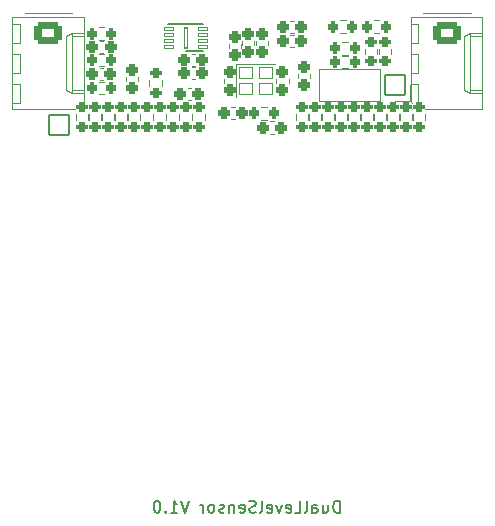
<source format=gbo>
G04 #@! TF.GenerationSoftware,KiCad,Pcbnew,(6.0.7)*
G04 #@! TF.CreationDate,2022-10-27T11:33:36+02:00*
G04 #@! TF.ProjectId,DualLevelSensor,4475616c-4c65-4766-956c-53656e736f72,rev?*
G04 #@! TF.SameCoordinates,Original*
G04 #@! TF.FileFunction,Legend,Bot*
G04 #@! TF.FilePolarity,Positive*
%FSLAX46Y46*%
G04 Gerber Fmt 4.6, Leading zero omitted, Abs format (unit mm)*
G04 Created by KiCad (PCBNEW (6.0.7)) date 2022-10-27 11:33:36*
%MOMM*%
%LPD*%
G01*
G04 APERTURE LIST*
G04 Aperture macros list*
%AMRoundRect*
0 Rectangle with rounded corners*
0 $1 Rounding radius*
0 $2 $3 $4 $5 $6 $7 $8 $9 X,Y pos of 4 corners*
0 Add a 4 corners polygon primitive as box body*
4,1,4,$2,$3,$4,$5,$6,$7,$8,$9,$2,$3,0*
0 Add four circle primitives for the rounded corners*
1,1,$1+$1,$2,$3*
1,1,$1+$1,$4,$5*
1,1,$1+$1,$6,$7*
1,1,$1+$1,$8,$9*
0 Add four rect primitives between the rounded corners*
20,1,$1+$1,$2,$3,$4,$5,0*
20,1,$1+$1,$4,$5,$6,$7,0*
20,1,$1+$1,$6,$7,$8,$9,0*
20,1,$1+$1,$8,$9,$2,$3,0*%
G04 Aperture macros list end*
%ADD10C,0.150000*%
%ADD11C,0.120000*%
%ADD12O,1.150000X2.000000*%
%ADD13RoundRect,0.050000X-0.850000X0.850000X-0.850000X-0.850000X0.850000X-0.850000X0.850000X0.850000X0*%
%ADD14O,1.800000X1.800000*%
%ADD15C,3.300000*%
%ADD16RoundRect,0.250000X0.275000X-0.200000X0.275000X0.200000X-0.275000X0.200000X-0.275000X-0.200000X0*%
%ADD17RoundRect,0.250000X-0.275000X0.200000X-0.275000X-0.200000X0.275000X-0.200000X0.275000X0.200000X0*%
%ADD18RoundRect,0.275000X-0.250000X0.225000X-0.250000X-0.225000X0.250000X-0.225000X0.250000X0.225000X0*%
%ADD19RoundRect,0.050000X-0.575000X-0.500000X0.575000X-0.500000X0.575000X0.500000X-0.575000X0.500000X0*%
%ADD20RoundRect,0.275000X0.225000X0.250000X-0.225000X0.250000X-0.225000X-0.250000X0.225000X-0.250000X0*%
%ADD21RoundRect,0.275000X-0.225000X-0.250000X0.225000X-0.250000X0.225000X0.250000X-0.225000X0.250000X0*%
%ADD22RoundRect,0.250000X-0.200000X-0.275000X0.200000X-0.275000X0.200000X0.275000X-0.200000X0.275000X0*%
%ADD23RoundRect,0.275000X0.250000X-0.225000X0.250000X0.225000X-0.250000X0.225000X-0.250000X-0.225000X0*%
%ADD24RoundRect,0.250000X0.200000X0.275000X-0.200000X0.275000X-0.200000X-0.275000X0.200000X-0.275000X0*%
%ADD25RoundRect,0.300000X-0.845000X0.620000X-0.845000X-0.620000X0.845000X-0.620000X0.845000X0.620000X0*%
%ADD26O,2.290000X1.840000*%
%ADD27RoundRect,0.050000X-0.375000X-0.150000X0.375000X-0.150000X0.375000X0.150000X-0.375000X0.150000X0*%
%ADD28RoundRect,0.050000X-0.150000X-0.850000X0.150000X-0.850000X0.150000X0.850000X-0.150000X0.850000X0*%
%ADD29RoundRect,0.050000X0.850000X-0.850000X0.850000X0.850000X-0.850000X0.850000X-0.850000X-0.850000X0*%
G04 APERTURE END LIST*
D10*
X102857142Y-71952380D02*
X102857142Y-70952380D01*
X102619047Y-70952380D01*
X102476190Y-71000000D01*
X102380952Y-71095238D01*
X102333333Y-71190476D01*
X102285714Y-71380952D01*
X102285714Y-71523809D01*
X102333333Y-71714285D01*
X102380952Y-71809523D01*
X102476190Y-71904761D01*
X102619047Y-71952380D01*
X102857142Y-71952380D01*
X101428571Y-71285714D02*
X101428571Y-71952380D01*
X101857142Y-71285714D02*
X101857142Y-71809523D01*
X101809523Y-71904761D01*
X101714285Y-71952380D01*
X101571428Y-71952380D01*
X101476190Y-71904761D01*
X101428571Y-71857142D01*
X100523809Y-71952380D02*
X100523809Y-71428571D01*
X100571428Y-71333333D01*
X100666666Y-71285714D01*
X100857142Y-71285714D01*
X100952380Y-71333333D01*
X100523809Y-71904761D02*
X100619047Y-71952380D01*
X100857142Y-71952380D01*
X100952380Y-71904761D01*
X101000000Y-71809523D01*
X101000000Y-71714285D01*
X100952380Y-71619047D01*
X100857142Y-71571428D01*
X100619047Y-71571428D01*
X100523809Y-71523809D01*
X99904761Y-71952380D02*
X100000000Y-71904761D01*
X100047619Y-71809523D01*
X100047619Y-70952380D01*
X99047619Y-71952380D02*
X99523809Y-71952380D01*
X99523809Y-70952380D01*
X98333333Y-71904761D02*
X98428571Y-71952380D01*
X98619047Y-71952380D01*
X98714285Y-71904761D01*
X98761904Y-71809523D01*
X98761904Y-71428571D01*
X98714285Y-71333333D01*
X98619047Y-71285714D01*
X98428571Y-71285714D01*
X98333333Y-71333333D01*
X98285714Y-71428571D01*
X98285714Y-71523809D01*
X98761904Y-71619047D01*
X97952380Y-71285714D02*
X97714285Y-71952380D01*
X97476190Y-71285714D01*
X96714285Y-71904761D02*
X96809523Y-71952380D01*
X97000000Y-71952380D01*
X97095238Y-71904761D01*
X97142857Y-71809523D01*
X97142857Y-71428571D01*
X97095238Y-71333333D01*
X97000000Y-71285714D01*
X96809523Y-71285714D01*
X96714285Y-71333333D01*
X96666666Y-71428571D01*
X96666666Y-71523809D01*
X97142857Y-71619047D01*
X96095238Y-71952380D02*
X96190476Y-71904761D01*
X96238095Y-71809523D01*
X96238095Y-70952380D01*
X95761904Y-71904761D02*
X95619047Y-71952380D01*
X95380952Y-71952380D01*
X95285714Y-71904761D01*
X95238095Y-71857142D01*
X95190476Y-71761904D01*
X95190476Y-71666666D01*
X95238095Y-71571428D01*
X95285714Y-71523809D01*
X95380952Y-71476190D01*
X95571428Y-71428571D01*
X95666666Y-71380952D01*
X95714285Y-71333333D01*
X95761904Y-71238095D01*
X95761904Y-71142857D01*
X95714285Y-71047619D01*
X95666666Y-71000000D01*
X95571428Y-70952380D01*
X95333333Y-70952380D01*
X95190476Y-71000000D01*
X94380952Y-71904761D02*
X94476190Y-71952380D01*
X94666666Y-71952380D01*
X94761904Y-71904761D01*
X94809523Y-71809523D01*
X94809523Y-71428571D01*
X94761904Y-71333333D01*
X94666666Y-71285714D01*
X94476190Y-71285714D01*
X94380952Y-71333333D01*
X94333333Y-71428571D01*
X94333333Y-71523809D01*
X94809523Y-71619047D01*
X93904761Y-71285714D02*
X93904761Y-71952380D01*
X93904761Y-71380952D02*
X93857142Y-71333333D01*
X93761904Y-71285714D01*
X93619047Y-71285714D01*
X93523809Y-71333333D01*
X93476190Y-71428571D01*
X93476190Y-71952380D01*
X93047619Y-71904761D02*
X92952380Y-71952380D01*
X92761904Y-71952380D01*
X92666666Y-71904761D01*
X92619047Y-71809523D01*
X92619047Y-71761904D01*
X92666666Y-71666666D01*
X92761904Y-71619047D01*
X92904761Y-71619047D01*
X93000000Y-71571428D01*
X93047619Y-71476190D01*
X93047619Y-71428571D01*
X93000000Y-71333333D01*
X92904761Y-71285714D01*
X92761904Y-71285714D01*
X92666666Y-71333333D01*
X92047619Y-71952380D02*
X92142857Y-71904761D01*
X92190476Y-71857142D01*
X92238095Y-71761904D01*
X92238095Y-71476190D01*
X92190476Y-71380952D01*
X92142857Y-71333333D01*
X92047619Y-71285714D01*
X91904761Y-71285714D01*
X91809523Y-71333333D01*
X91761904Y-71380952D01*
X91714285Y-71476190D01*
X91714285Y-71761904D01*
X91761904Y-71857142D01*
X91809523Y-71904761D01*
X91904761Y-71952380D01*
X92047619Y-71952380D01*
X91285714Y-71952380D02*
X91285714Y-71285714D01*
X91285714Y-71476190D02*
X91238095Y-71380952D01*
X91190476Y-71333333D01*
X91095238Y-71285714D01*
X91000000Y-71285714D01*
X90047619Y-70952380D02*
X89714285Y-71952380D01*
X89380952Y-70952380D01*
X88523809Y-71952380D02*
X89095238Y-71952380D01*
X88809523Y-71952380D02*
X88809523Y-70952380D01*
X88904761Y-71095238D01*
X89000000Y-71190476D01*
X89095238Y-71238095D01*
X88095238Y-71857142D02*
X88047619Y-71904761D01*
X88095238Y-71952380D01*
X88142857Y-71904761D01*
X88095238Y-71857142D01*
X88095238Y-71952380D01*
X87428571Y-70952380D02*
X87333333Y-70952380D01*
X87238095Y-71000000D01*
X87190476Y-71047619D01*
X87142857Y-71142857D01*
X87095238Y-71333333D01*
X87095238Y-71571428D01*
X87142857Y-71761904D01*
X87190476Y-71857142D01*
X87238095Y-71904761D01*
X87333333Y-71952380D01*
X87428571Y-71952380D01*
X87523809Y-71904761D01*
X87571428Y-71857142D01*
X87619047Y-71761904D01*
X87666666Y-71571428D01*
X87666666Y-71333333D01*
X87619047Y-71142857D01*
X87571428Y-71047619D01*
X87523809Y-71000000D01*
X87428571Y-70952380D01*
D11*
X85922500Y-38687258D02*
X85922500Y-38212742D01*
X84877500Y-38687258D02*
X84877500Y-38212742D01*
X106827500Y-38687258D02*
X106827500Y-38212742D01*
X107872500Y-38687258D02*
X107872500Y-38212742D01*
X106177500Y-32662742D02*
X106177500Y-33137258D01*
X107222500Y-32662742D02*
X107222500Y-33137258D01*
X94590000Y-32059420D02*
X94590000Y-32340580D01*
X95610000Y-32059420D02*
X95610000Y-32340580D01*
X101327500Y-38687258D02*
X101327500Y-38212742D01*
X102372500Y-38687258D02*
X102372500Y-38212742D01*
X102427500Y-38687258D02*
X102427500Y-38212742D01*
X103472500Y-38687258D02*
X103472500Y-38212742D01*
X94100000Y-36800000D02*
X94100000Y-34000000D01*
X94100000Y-34000000D02*
X97400000Y-34000000D01*
X90590580Y-33090000D02*
X90309420Y-33090000D01*
X90590580Y-34110000D02*
X90309420Y-34110000D01*
X81577500Y-38687258D02*
X81577500Y-38212742D01*
X82622500Y-38687258D02*
X82622500Y-38212742D01*
X84765000Y-35109420D02*
X84765000Y-35390580D01*
X85785000Y-35109420D02*
X85785000Y-35390580D01*
X96760000Y-32059420D02*
X96760000Y-32340580D01*
X95740000Y-32059420D02*
X95740000Y-32340580D01*
X104627500Y-38687258D02*
X104627500Y-38212742D01*
X105672500Y-38687258D02*
X105672500Y-38212742D01*
X98659420Y-31360000D02*
X98940580Y-31360000D01*
X98659420Y-30340000D02*
X98940580Y-30340000D01*
X82437742Y-33127500D02*
X82912258Y-33127500D01*
X82437742Y-34172500D02*
X82912258Y-34172500D01*
X82790580Y-34340000D02*
X82509420Y-34340000D01*
X82790580Y-35360000D02*
X82509420Y-35360000D01*
X98510000Y-35540580D02*
X98510000Y-35259420D01*
X97490000Y-35540580D02*
X97490000Y-35259420D01*
X105727500Y-38687258D02*
X105727500Y-38212742D01*
X106772500Y-38687258D02*
X106772500Y-38212742D01*
X103337258Y-31322500D02*
X102862742Y-31322500D01*
X103337258Y-30277500D02*
X102862742Y-30277500D01*
X82534420Y-31990000D02*
X82815580Y-31990000D01*
X82534420Y-33010000D02*
X82815580Y-33010000D01*
X90322500Y-38687258D02*
X90322500Y-38212742D01*
X89277500Y-38687258D02*
X89277500Y-38212742D01*
X89222500Y-38687258D02*
X89222500Y-38212742D01*
X88177500Y-38687258D02*
X88177500Y-38212742D01*
X109027500Y-38687258D02*
X109027500Y-38212742D01*
X110072500Y-38687258D02*
X110072500Y-38212742D01*
X83722500Y-38687258D02*
X83722500Y-38212742D01*
X82677500Y-38687258D02*
X82677500Y-38212742D01*
X106022500Y-32662742D02*
X106022500Y-33137258D01*
X104977500Y-32662742D02*
X104977500Y-33137258D01*
X82912258Y-31922500D02*
X82437742Y-31922500D01*
X82912258Y-30877500D02*
X82437742Y-30877500D01*
X103537258Y-34322500D02*
X103062742Y-34322500D01*
X103537258Y-33277500D02*
X103062742Y-33277500D01*
X96959420Y-39860000D02*
X97240580Y-39860000D01*
X96959420Y-38840000D02*
X97240580Y-38840000D01*
X100227500Y-38687258D02*
X100227500Y-38212742D01*
X101272500Y-38687258D02*
X101272500Y-38212742D01*
X96212742Y-38672500D02*
X96687258Y-38672500D01*
X96212742Y-37627500D02*
X96687258Y-37627500D01*
X109920000Y-29690000D02*
X113920000Y-29690000D01*
X108890000Y-37820000D02*
X108890000Y-29980000D01*
X109490000Y-30560000D02*
X109490000Y-32160000D01*
X114910000Y-37820000D02*
X108890000Y-37820000D01*
X109490000Y-32160000D02*
X108890000Y-32160000D01*
X108890000Y-33100000D02*
X109490000Y-33100000D01*
X114910000Y-31360000D02*
X113910000Y-31360000D01*
X109490000Y-34700000D02*
X108890000Y-34700000D01*
X114910000Y-36190000D02*
X113910000Y-36190000D01*
X108890000Y-35640000D02*
X109490000Y-35640000D01*
X109490000Y-35640000D02*
X109490000Y-37240000D01*
X108890000Y-29980000D02*
X114910000Y-29980000D01*
X113910000Y-31360000D02*
X113910000Y-36440000D01*
X113380000Y-36190000D02*
X113910000Y-36440000D01*
X113910000Y-31360000D02*
X113380000Y-31610000D01*
X114910000Y-29980000D02*
X114910000Y-37820000D01*
X113380000Y-31610000D02*
X113380000Y-36190000D01*
X109490000Y-33100000D02*
X109490000Y-34700000D01*
X109490000Y-37240000D02*
X108890000Y-37240000D01*
X113910000Y-36440000D02*
X114910000Y-36440000D01*
X108890000Y-30560000D02*
X109490000Y-30560000D01*
X114910000Y-31610000D02*
X113910000Y-31610000D01*
X103537258Y-33172500D02*
X103062742Y-33172500D01*
X103537258Y-32127500D02*
X103062742Y-32127500D01*
D10*
X88300000Y-30625000D02*
X91300000Y-30625000D01*
X89800000Y-32875000D02*
X91300000Y-32875000D01*
D11*
X106187258Y-30277500D02*
X105712742Y-30277500D01*
X106187258Y-31322500D02*
X105712742Y-31322500D01*
X80477500Y-38687258D02*
X80477500Y-38212742D01*
X81522500Y-38687258D02*
X81522500Y-38212742D01*
X106230000Y-37080000D02*
X106230000Y-34420000D01*
X101090000Y-37080000D02*
X101090000Y-34420000D01*
X108830000Y-37080000D02*
X108830000Y-35750000D01*
X106230000Y-37080000D02*
X101090000Y-37080000D01*
X106230000Y-34420000D02*
X101090000Y-34420000D01*
X107500000Y-37080000D02*
X108830000Y-37080000D01*
X103527500Y-38687258D02*
X103527500Y-38212742D01*
X104572500Y-38687258D02*
X104572500Y-38212742D01*
X87772500Y-35362742D02*
X87772500Y-35837258D01*
X86727500Y-35362742D02*
X86727500Y-35837258D01*
X90240580Y-37010000D02*
X89959420Y-37010000D01*
X90240580Y-35990000D02*
X89959420Y-35990000D01*
X99127500Y-38687258D02*
X99127500Y-38212742D01*
X100172500Y-38687258D02*
X100172500Y-38212742D01*
X75740000Y-37240000D02*
X75140000Y-37240000D01*
X81160000Y-29980000D02*
X81160000Y-37820000D01*
X80160000Y-31360000D02*
X79630000Y-31610000D01*
X75740000Y-33100000D02*
X75740000Y-34700000D01*
X76170000Y-29690000D02*
X80170000Y-29690000D01*
X75740000Y-32160000D02*
X75140000Y-32160000D01*
X81160000Y-31360000D02*
X80160000Y-31360000D01*
X81160000Y-37820000D02*
X75140000Y-37820000D01*
X79630000Y-36190000D02*
X80160000Y-36440000D01*
X81160000Y-36190000D02*
X80160000Y-36190000D01*
X80160000Y-36440000D02*
X81160000Y-36440000D01*
X75740000Y-35640000D02*
X75740000Y-37240000D01*
X75140000Y-37820000D02*
X75140000Y-29980000D01*
X81160000Y-31610000D02*
X80160000Y-31610000D01*
X75140000Y-33100000D02*
X75740000Y-33100000D01*
X75140000Y-30560000D02*
X75740000Y-30560000D01*
X75740000Y-34700000D02*
X75140000Y-34700000D01*
X75740000Y-30560000D02*
X75740000Y-32160000D01*
X79630000Y-31610000D02*
X79630000Y-36190000D01*
X75140000Y-29980000D02*
X81160000Y-29980000D01*
X75140000Y-35640000D02*
X75740000Y-35640000D01*
X80160000Y-31360000D02*
X80160000Y-36440000D01*
X107927500Y-38687258D02*
X107927500Y-38212742D01*
X108972500Y-38687258D02*
X108972500Y-38212742D01*
X98659420Y-31490000D02*
X98940580Y-31490000D01*
X98659420Y-32510000D02*
X98940580Y-32510000D01*
X84822500Y-38687258D02*
X84822500Y-38212742D01*
X83777500Y-38687258D02*
X83777500Y-38212742D01*
X87077500Y-38687258D02*
X87077500Y-38212742D01*
X88122500Y-38687258D02*
X88122500Y-38212742D01*
X93440000Y-32309420D02*
X93440000Y-32590580D01*
X94460000Y-32309420D02*
X94460000Y-32590580D01*
X93040000Y-35259420D02*
X93040000Y-35540580D01*
X94060000Y-35259420D02*
X94060000Y-35540580D01*
X85977500Y-38687258D02*
X85977500Y-38212742D01*
X87022500Y-38687258D02*
X87022500Y-38212742D01*
X82437742Y-36522500D02*
X82912258Y-36522500D01*
X82437742Y-35477500D02*
X82912258Y-35477500D01*
X99290000Y-35140580D02*
X99290000Y-34859420D01*
X100310000Y-35140580D02*
X100310000Y-34859420D01*
X93940580Y-38610000D02*
X93659420Y-38610000D01*
X93940580Y-37590000D02*
X93659420Y-37590000D01*
X90377500Y-38687258D02*
X90377500Y-38212742D01*
X91422500Y-38687258D02*
X91422500Y-38212742D01*
X90590580Y-34240000D02*
X90309420Y-34240000D01*
X90590580Y-35260000D02*
X90309420Y-35260000D01*
%LPC*%
D12*
X108075000Y-31250000D03*
X100925000Y-31250000D03*
D13*
X79050000Y-39175000D03*
D14*
X76510000Y-39175000D03*
D15*
X71500000Y-33500000D03*
X118500000Y-33500000D03*
D16*
X85400000Y-39275000D03*
X85400000Y-37625000D03*
X107350000Y-39275000D03*
X107350000Y-37625000D03*
D17*
X106700000Y-32075000D03*
X106700000Y-33725000D03*
D18*
X95100000Y-31425000D03*
X95100000Y-32975000D03*
D16*
X101850000Y-39275000D03*
X101850000Y-37625000D03*
X102950000Y-39275000D03*
X102950000Y-37625000D03*
D19*
X94875000Y-34700000D03*
X96625000Y-34700000D03*
X96625000Y-36100000D03*
X94875000Y-36100000D03*
D20*
X91225000Y-33600000D03*
X89675000Y-33600000D03*
D16*
X82100000Y-39275000D03*
X82100000Y-37625000D03*
D18*
X85275000Y-34475000D03*
X85275000Y-36025000D03*
X96250000Y-31425000D03*
X96250000Y-32975000D03*
D16*
X105150000Y-39275000D03*
X105150000Y-37625000D03*
D21*
X98025000Y-30850000D03*
X99575000Y-30850000D03*
D22*
X81850000Y-33650000D03*
X83500000Y-33650000D03*
D20*
X83425000Y-34850000D03*
X81875000Y-34850000D03*
D23*
X98000000Y-36175000D03*
X98000000Y-34625000D03*
D16*
X106250000Y-39275000D03*
X106250000Y-37625000D03*
D24*
X103925000Y-30800000D03*
X102275000Y-30800000D03*
D21*
X81900000Y-32500000D03*
X83450000Y-32500000D03*
D16*
X89800000Y-39275000D03*
X89800000Y-37625000D03*
X88700000Y-39275000D03*
X88700000Y-37625000D03*
X109550000Y-39275000D03*
X109550000Y-37625000D03*
X83200000Y-39275000D03*
X83200000Y-37625000D03*
D17*
X105500000Y-32075000D03*
X105500000Y-33725000D03*
D24*
X83500000Y-31400000D03*
X81850000Y-31400000D03*
X104125000Y-33800000D03*
X102475000Y-33800000D03*
D21*
X96325000Y-39350000D03*
X97875000Y-39350000D03*
D16*
X100750000Y-39275000D03*
X100750000Y-37625000D03*
D22*
X95625000Y-38150000D03*
X97275000Y-38150000D03*
D25*
X111920000Y-31360000D03*
D26*
X111920000Y-33900000D03*
X111920000Y-36440000D03*
D24*
X104125000Y-32650000D03*
X102475000Y-32650000D03*
D27*
X88350000Y-32500000D03*
X88350000Y-32000000D03*
X88350000Y-31500000D03*
X88350000Y-31000000D03*
X91250000Y-31000000D03*
X91250000Y-31500000D03*
X91250000Y-32000000D03*
X91250000Y-32500000D03*
D28*
X89800000Y-31750000D03*
D24*
X106775000Y-30800000D03*
X105125000Y-30800000D03*
D16*
X81000000Y-39275000D03*
X81000000Y-37625000D03*
D29*
X107500000Y-35750000D03*
D14*
X104960000Y-35750000D03*
X102420000Y-35750000D03*
D16*
X104050000Y-39275000D03*
X104050000Y-37625000D03*
D17*
X87250000Y-34775000D03*
X87250000Y-36425000D03*
D20*
X90875000Y-36500000D03*
X89325000Y-36500000D03*
D16*
X99650000Y-39275000D03*
X99650000Y-37625000D03*
D25*
X78170000Y-31360000D03*
D26*
X78170000Y-33900000D03*
X78170000Y-36440000D03*
D16*
X108450000Y-39275000D03*
X108450000Y-37625000D03*
D21*
X98025000Y-32000000D03*
X99575000Y-32000000D03*
D16*
X84300000Y-39275000D03*
X84300000Y-37625000D03*
X87600000Y-39275000D03*
X87600000Y-37625000D03*
D18*
X93950000Y-31675000D03*
X93950000Y-33225000D03*
X93550000Y-34625000D03*
X93550000Y-36175000D03*
D16*
X86500000Y-39275000D03*
X86500000Y-37625000D03*
D22*
X81850000Y-36000000D03*
X83500000Y-36000000D03*
D23*
X99800000Y-35775000D03*
X99800000Y-34225000D03*
D20*
X94575000Y-38100000D03*
X93025000Y-38100000D03*
D16*
X90900000Y-39275000D03*
X90900000Y-37625000D03*
D20*
X91225000Y-34750000D03*
X89675000Y-34750000D03*
M02*

</source>
